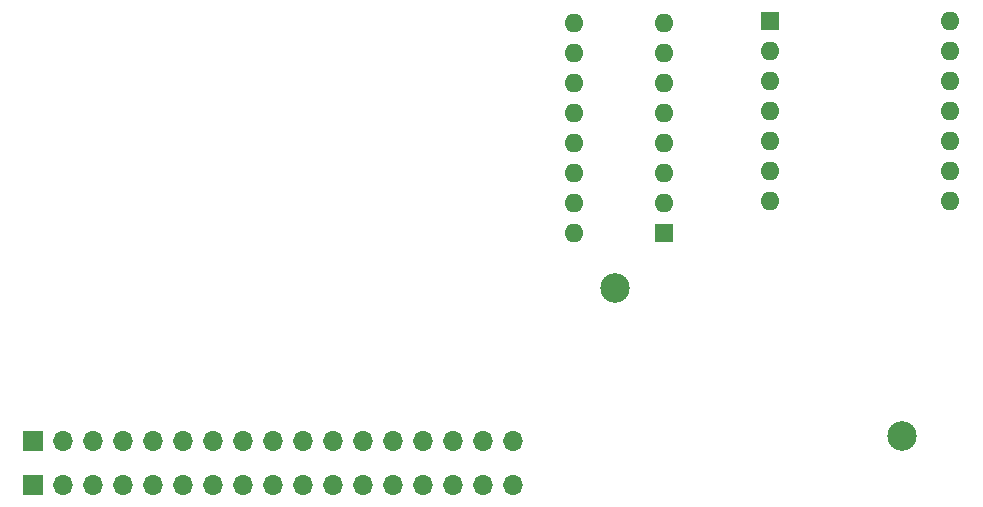
<source format=gbr>
%TF.GenerationSoftware,KiCad,Pcbnew,8.0.1*%
%TF.CreationDate,2024-06-09T22:48:09+01:00*%
%TF.ProjectId,BBC-USBSlim,4242432d-5553-4425-936c-696d2e6b6963,rev?*%
%TF.SameCoordinates,Original*%
%TF.FileFunction,Soldermask,Bot*%
%TF.FilePolarity,Negative*%
%FSLAX46Y46*%
G04 Gerber Fmt 4.6, Leading zero omitted, Abs format (unit mm)*
G04 Created by KiCad (PCBNEW 8.0.1) date 2024-06-09 22:48:09*
%MOMM*%
%LPD*%
G01*
G04 APERTURE LIST*
%ADD10C,2.500000*%
%ADD11R,1.700000X1.700000*%
%ADD12O,1.700000X1.700000*%
%ADD13R,1.600000X1.600000*%
%ADD14O,1.600000X1.600000*%
G04 APERTURE END LIST*
D10*
%TO.C,H2*%
X124700000Y-99200000D03*
%TD*%
%TO.C,H1*%
X149000000Y-111700000D03*
%TD*%
D11*
%TO.C,J1*%
X75458000Y-115847000D03*
D12*
X77998000Y-115847000D03*
X80538000Y-115847000D03*
X83078000Y-115847000D03*
X85618000Y-115847000D03*
X88158000Y-115847000D03*
X90698000Y-115847000D03*
X93238000Y-115847000D03*
X95778000Y-115847000D03*
X98318000Y-115847000D03*
X100858000Y-115847000D03*
X103398000Y-115847000D03*
X105938000Y-115847000D03*
X108478000Y-115847000D03*
X111018000Y-115847000D03*
X113558000Y-115847000D03*
X116098000Y-115847000D03*
%TD*%
D13*
%TO.C,U7*%
X137825000Y-76566000D03*
D14*
X137825000Y-79106000D03*
X137825000Y-81646000D03*
X137825000Y-84186000D03*
X137825000Y-86726000D03*
X137825000Y-89266000D03*
X137825000Y-91806000D03*
X153065000Y-91806000D03*
X153065000Y-89266000D03*
X153065000Y-86726000D03*
X153065000Y-84186000D03*
X153065000Y-81646000D03*
X153065000Y-79106000D03*
X153065000Y-76566000D03*
%TD*%
D13*
%TO.C,SW1*%
X128820000Y-94490000D03*
D14*
X128820000Y-91950000D03*
X128820000Y-89410000D03*
X128820000Y-86870000D03*
X128820000Y-84330000D03*
X128820000Y-81790000D03*
X128820000Y-79250000D03*
X128820000Y-76710000D03*
X121200000Y-76710000D03*
X121200000Y-79250000D03*
X121200000Y-81790000D03*
X121200000Y-84330000D03*
X121200000Y-86870000D03*
X121200000Y-89410000D03*
X121200000Y-91950000D03*
X121200000Y-94490000D03*
%TD*%
D11*
%TO.C,J3*%
X75460000Y-112175000D03*
D12*
X78000000Y-112175000D03*
X80540000Y-112175000D03*
X83080000Y-112175000D03*
X85620000Y-112175000D03*
X88160000Y-112175000D03*
X90700000Y-112175000D03*
X93240000Y-112175000D03*
X95780000Y-112175000D03*
X98320000Y-112175000D03*
X100860000Y-112175000D03*
X103400000Y-112175000D03*
X105940000Y-112175000D03*
X108480000Y-112175000D03*
X111020000Y-112175000D03*
X113560000Y-112175000D03*
X116100000Y-112175000D03*
%TD*%
M02*

</source>
